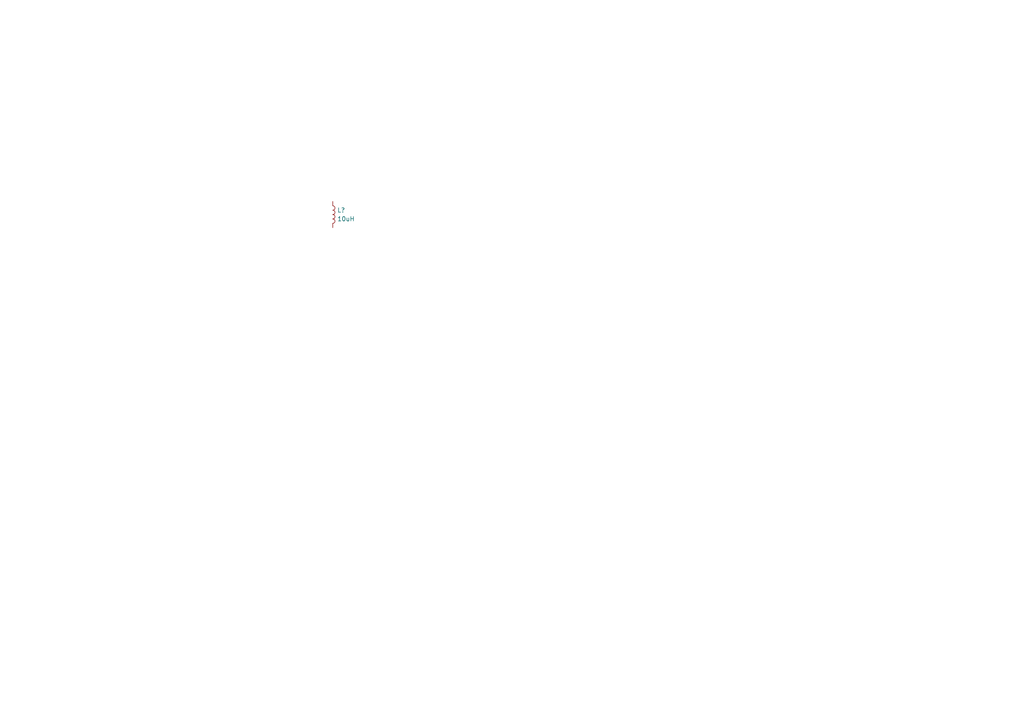
<source format=kicad_sch>
(kicad_sch (version 20250114) (generator "eeschema") (generator_version "9.0")
  (paper "A4")
  (title_block (title "inductor"))
  (lib_symbols
    (symbol "Device:L" (pin_numbers (hide yes)) (pin_names (offset 1.016) (hide yes))
      (property "Reference" "L" (at -1.27 0 90))
      (property "Value" "L" (at 1.905 0 90))
      (symbol "L_0_1"
        (arc (start 0 2.54) (mid 0.6323 1.905) (end 0 1.27))
        (arc (start 0 1.27) (mid 0.6323 0.635) (end 0 0))
        (arc (start 0 0) (mid 0.6323 -0.635) (end 0 -1.27))
        (arc (start 0 -1.27) (mid 0.6323 -1.905) (end 0 -2.54))
      )
      (symbol "L_1_1"
        (pin passive line (at 0 3.81 270) (length 1.27) (name "1") (number "1"))
        (pin passive line (at 0 -3.81 90) (length 1.27) (name "2") (number "2"))
      )
    )
  )
  (symbol (lib_id "Device:L") (at 96.52 62.23 0) (unit 1)
    (property "Reference" "L?" (at 97.79 60.9599 0) (effects (justify left)))
    (property "Value" "10uH" (at 97.79 63.4999 0) (effects (justify left)))
    (property "Description" "Inductor" (effects (hide yes)))
  )
)
</source>
